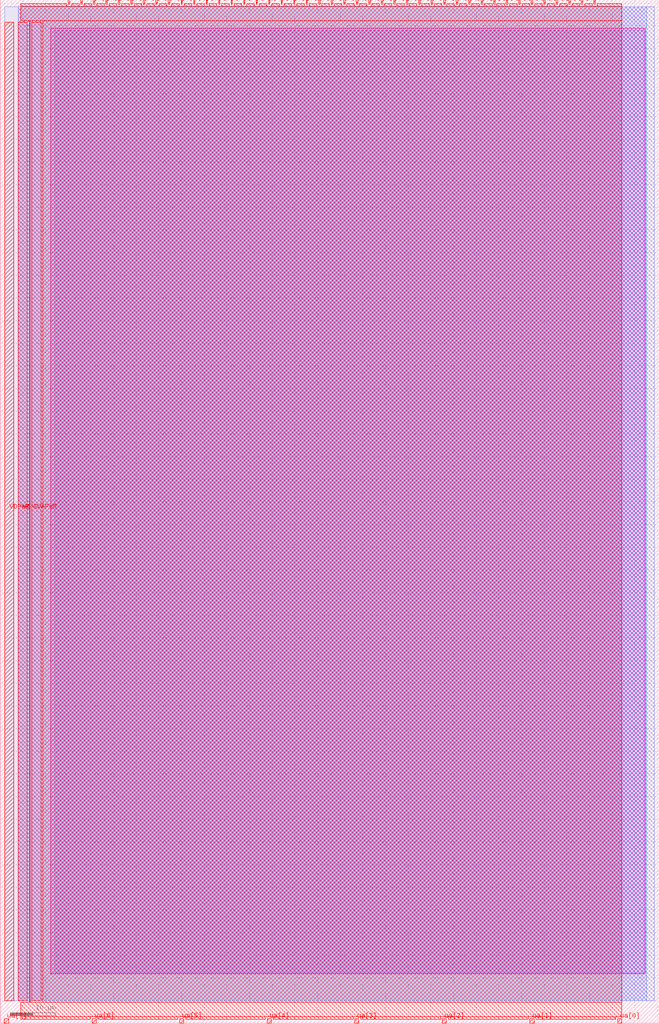
<source format=lef>
VERSION 5.7 ;
  NOWIREEXTENSIONATPIN ON ;
  DIVIDERCHAR "/" ;
  BUSBITCHARS "[]" ;
MACRO tt_um_devstdin_LDO_OSC
  CLASS BLOCK ;
  FOREIGN tt_um_devstdin_LDO_OSC ;
  ORIGIN 0.000 0.000 ;
  SIZE 145.360 BY 225.760 ;
  PIN clk
    DIRECTION INPUT ;
    USE SIGNAL ;
    PORT
      LAYER met4 ;
        RECT 128.190 224.760 128.490 225.760 ;
    END
  END clk
  PIN ena
    DIRECTION INPUT ;
    USE SIGNAL ;
    PORT
      LAYER met4 ;
        RECT 130.950 224.760 131.250 225.760 ;
    END
  END ena
  PIN rst_n
    DIRECTION INPUT ;
    USE SIGNAL ;
    PORT
      LAYER met4 ;
        RECT 125.430 224.760 125.730 225.760 ;
    END
  END rst_n
  PIN ua[0]
    DIRECTION INOUT ;
    USE SIGNAL ;
    ANTENNADIFFAREA 139.199997 ;
    PORT
      LAYER met4 ;
        RECT 136.170 0.000 137.070 1.000 ;
    END
  END ua[0]
  PIN ua[1]
    DIRECTION INOUT ;
    USE SIGNAL ;
    PORT
      LAYER met4 ;
        RECT 116.850 0.000 117.750 1.000 ;
    END
  END ua[1]
  PIN ua[2]
    DIRECTION INOUT ;
    USE SIGNAL ;
    PORT
      LAYER met4 ;
        RECT 97.530 0.000 98.430 1.000 ;
    END
  END ua[2]
  PIN ua[3]
    DIRECTION INOUT ;
    USE SIGNAL ;
    PORT
      LAYER met4 ;
        RECT 78.210 0.000 79.110 1.000 ;
    END
  END ua[3]
  PIN ua[4]
    DIRECTION INOUT ;
    USE SIGNAL ;
    PORT
      LAYER met4 ;
        RECT 58.890 0.000 59.790 1.000 ;
    END
  END ua[4]
  PIN ua[5]
    DIRECTION INOUT ;
    USE SIGNAL ;
    PORT
      LAYER met4 ;
        RECT 39.570 0.000 40.470 1.000 ;
    END
  END ua[5]
  PIN ua[6]
    DIRECTION INOUT ;
    USE SIGNAL ;
    PORT
      LAYER met4 ;
        RECT 20.250 0.000 21.150 1.000 ;
    END
  END ua[6]
  PIN ua[7]
    DIRECTION INOUT ;
    USE SIGNAL ;
    PORT
      LAYER met4 ;
        RECT 0.930 0.000 1.830 1.000 ;
    END
  END ua[7]
  PIN ui_in[0]
    DIRECTION INPUT ;
    USE SIGNAL ;
    ANTENNAGATEAREA 0.373500 ;
    PORT
      LAYER met4 ;
        RECT 122.670 224.760 122.970 225.760 ;
    END
  END ui_in[0]
  PIN ui_in[1]
    DIRECTION INPUT ;
    USE SIGNAL ;
    ANTENNAGATEAREA 0.990000 ;
    PORT
      LAYER met4 ;
        RECT 119.910 224.760 120.210 225.760 ;
    END
  END ui_in[1]
  PIN ui_in[2]
    DIRECTION INPUT ;
    USE SIGNAL ;
    PORT
      LAYER met4 ;
        RECT 117.150 224.760 117.450 225.760 ;
    END
  END ui_in[2]
  PIN ui_in[3]
    DIRECTION INPUT ;
    USE SIGNAL ;
    PORT
      LAYER met4 ;
        RECT 114.390 224.760 114.690 225.760 ;
    END
  END ui_in[3]
  PIN ui_in[4]
    DIRECTION INPUT ;
    USE SIGNAL ;
    PORT
      LAYER met4 ;
        RECT 111.630 224.760 111.930 225.760 ;
    END
  END ui_in[4]
  PIN ui_in[5]
    DIRECTION INPUT ;
    USE SIGNAL ;
    PORT
      LAYER met4 ;
        RECT 108.870 224.760 109.170 225.760 ;
    END
  END ui_in[5]
  PIN ui_in[6]
    DIRECTION INPUT ;
    USE SIGNAL ;
    PORT
      LAYER met4 ;
        RECT 106.110 224.760 106.410 225.760 ;
    END
  END ui_in[6]
  PIN ui_in[7]
    DIRECTION INPUT ;
    USE SIGNAL ;
    PORT
      LAYER met4 ;
        RECT 103.350 224.760 103.650 225.760 ;
    END
  END ui_in[7]
  PIN uio_in[0]
    DIRECTION INPUT ;
    USE SIGNAL ;
    PORT
      LAYER met4 ;
        RECT 100.590 224.760 100.890 225.760 ;
    END
  END uio_in[0]
  PIN uio_in[1]
    DIRECTION INPUT ;
    USE SIGNAL ;
    PORT
      LAYER met4 ;
        RECT 97.830 224.760 98.130 225.760 ;
    END
  END uio_in[1]
  PIN uio_in[2]
    DIRECTION INPUT ;
    USE SIGNAL ;
    PORT
      LAYER met4 ;
        RECT 95.070 224.760 95.370 225.760 ;
    END
  END uio_in[2]
  PIN uio_in[3]
    DIRECTION INPUT ;
    USE SIGNAL ;
    PORT
      LAYER met4 ;
        RECT 92.310 224.760 92.610 225.760 ;
    END
  END uio_in[3]
  PIN uio_in[4]
    DIRECTION INPUT ;
    USE SIGNAL ;
    PORT
      LAYER met4 ;
        RECT 89.550 224.760 89.850 225.760 ;
    END
  END uio_in[4]
  PIN uio_in[5]
    DIRECTION INPUT ;
    USE SIGNAL ;
    PORT
      LAYER met4 ;
        RECT 86.790 224.760 87.090 225.760 ;
    END
  END uio_in[5]
  PIN uio_in[6]
    DIRECTION INPUT ;
    USE SIGNAL ;
    PORT
      LAYER met4 ;
        RECT 84.030 224.760 84.330 225.760 ;
    END
  END uio_in[6]
  PIN uio_in[7]
    DIRECTION INPUT ;
    USE SIGNAL ;
    PORT
      LAYER met4 ;
        RECT 81.270 224.760 81.570 225.760 ;
    END
  END uio_in[7]
  PIN uio_oe[0]
    DIRECTION OUTPUT ;
    USE SIGNAL ;
    ANTENNAGATEAREA 240.560089 ;
    ANTENNADIFFAREA 932.854675 ;
    PORT
      LAYER met4 ;
        RECT 34.350 224.760 34.650 225.760 ;
    END
  END uio_oe[0]
  PIN uio_oe[1]
    DIRECTION OUTPUT ;
    USE SIGNAL ;
    ANTENNAGATEAREA 240.560089 ;
    ANTENNADIFFAREA 932.854675 ;
    PORT
      LAYER met4 ;
        RECT 31.590 224.760 31.890 225.760 ;
    END
  END uio_oe[1]
  PIN uio_oe[2]
    DIRECTION OUTPUT ;
    USE SIGNAL ;
    ANTENNAGATEAREA 240.560089 ;
    ANTENNADIFFAREA 932.854675 ;
    PORT
      LAYER met4 ;
        RECT 28.830 224.760 29.130 225.760 ;
    END
  END uio_oe[2]
  PIN uio_oe[3]
    DIRECTION OUTPUT ;
    USE SIGNAL ;
    ANTENNAGATEAREA 240.560089 ;
    ANTENNADIFFAREA 932.854675 ;
    PORT
      LAYER met4 ;
        RECT 26.070 224.760 26.370 225.760 ;
    END
  END uio_oe[3]
  PIN uio_oe[4]
    DIRECTION OUTPUT ;
    USE SIGNAL ;
    ANTENNAGATEAREA 240.560089 ;
    ANTENNADIFFAREA 932.854675 ;
    PORT
      LAYER met4 ;
        RECT 23.310 224.760 23.610 225.760 ;
    END
  END uio_oe[4]
  PIN uio_oe[5]
    DIRECTION OUTPUT ;
    USE SIGNAL ;
    ANTENNAGATEAREA 240.560089 ;
    ANTENNADIFFAREA 932.854675 ;
    PORT
      LAYER met4 ;
        RECT 20.550 224.760 20.850 225.760 ;
    END
  END uio_oe[5]
  PIN uio_oe[6]
    DIRECTION OUTPUT ;
    USE SIGNAL ;
    ANTENNAGATEAREA 240.560089 ;
    ANTENNADIFFAREA 932.854675 ;
    PORT
      LAYER met4 ;
        RECT 17.790 224.760 18.090 225.760 ;
    END
  END uio_oe[6]
  PIN uio_oe[7]
    DIRECTION OUTPUT ;
    USE SIGNAL ;
    ANTENNAGATEAREA 240.560089 ;
    ANTENNADIFFAREA 932.854675 ;
    PORT
      LAYER met4 ;
        RECT 15.030 224.760 15.330 225.760 ;
    END
  END uio_oe[7]
  PIN uio_out[0]
    DIRECTION OUTPUT ;
    USE SIGNAL ;
    ANTENNAGATEAREA 240.560089 ;
    ANTENNADIFFAREA 932.854675 ;
    PORT
      LAYER met4 ;
        RECT 56.430 224.760 56.730 225.760 ;
    END
  END uio_out[0]
  PIN uio_out[1]
    DIRECTION OUTPUT ;
    USE SIGNAL ;
    ANTENNAGATEAREA 240.560089 ;
    ANTENNADIFFAREA 932.854675 ;
    PORT
      LAYER met4 ;
        RECT 53.670 224.760 53.970 225.760 ;
    END
  END uio_out[1]
  PIN uio_out[2]
    DIRECTION OUTPUT ;
    USE SIGNAL ;
    ANTENNAGATEAREA 240.560089 ;
    ANTENNADIFFAREA 932.854675 ;
    PORT
      LAYER met4 ;
        RECT 50.910 224.760 51.210 225.760 ;
    END
  END uio_out[2]
  PIN uio_out[3]
    DIRECTION OUTPUT ;
    USE SIGNAL ;
    ANTENNAGATEAREA 240.560089 ;
    ANTENNADIFFAREA 932.854675 ;
    PORT
      LAYER met4 ;
        RECT 48.150 224.760 48.450 225.760 ;
    END
  END uio_out[3]
  PIN uio_out[4]
    DIRECTION OUTPUT ;
    USE SIGNAL ;
    ANTENNAGATEAREA 240.560089 ;
    ANTENNADIFFAREA 932.854675 ;
    PORT
      LAYER met4 ;
        RECT 45.390 224.760 45.690 225.760 ;
    END
  END uio_out[4]
  PIN uio_out[5]
    DIRECTION OUTPUT ;
    USE SIGNAL ;
    ANTENNAGATEAREA 240.560089 ;
    ANTENNADIFFAREA 932.854675 ;
    PORT
      LAYER met4 ;
        RECT 42.630 224.760 42.930 225.760 ;
    END
  END uio_out[5]
  PIN uio_out[6]
    DIRECTION OUTPUT ;
    USE SIGNAL ;
    ANTENNAGATEAREA 240.560089 ;
    ANTENNADIFFAREA 932.854675 ;
    PORT
      LAYER met4 ;
        RECT 39.870 224.760 40.170 225.760 ;
    END
  END uio_out[6]
  PIN uio_out[7]
    DIRECTION OUTPUT ;
    USE SIGNAL ;
    ANTENNAGATEAREA 240.560089 ;
    ANTENNADIFFAREA 932.854675 ;
    PORT
      LAYER met4 ;
        RECT 37.110 224.760 37.410 225.760 ;
    END
  END uio_out[7]
  PIN uo_out[0]
    DIRECTION OUTPUT ;
    USE SIGNAL ;
    ANTENNAGATEAREA 0.477000 ;
    ANTENNADIFFAREA 0.891000 ;
    PORT
      LAYER met4 ;
        RECT 78.510 224.760 78.810 225.760 ;
    END
  END uo_out[0]
  PIN uo_out[1]
    DIRECTION OUTPUT ;
    USE SIGNAL ;
    ANTENNAGATEAREA 240.560089 ;
    ANTENNADIFFAREA 932.854675 ;
    PORT
      LAYER met4 ;
        RECT 75.750 224.760 76.050 225.760 ;
    END
  END uo_out[1]
  PIN uo_out[2]
    DIRECTION OUTPUT ;
    USE SIGNAL ;
    ANTENNAGATEAREA 240.560089 ;
    ANTENNADIFFAREA 932.854675 ;
    PORT
      LAYER met4 ;
        RECT 72.990 224.760 73.290 225.760 ;
    END
  END uo_out[2]
  PIN uo_out[3]
    DIRECTION OUTPUT ;
    USE SIGNAL ;
    ANTENNAGATEAREA 240.560089 ;
    ANTENNADIFFAREA 932.854675 ;
    PORT
      LAYER met4 ;
        RECT 70.230 224.760 70.530 225.760 ;
    END
  END uo_out[3]
  PIN uo_out[4]
    DIRECTION OUTPUT ;
    USE SIGNAL ;
    ANTENNAGATEAREA 240.560089 ;
    ANTENNADIFFAREA 932.854675 ;
    PORT
      LAYER met4 ;
        RECT 67.470 224.760 67.770 225.760 ;
    END
  END uo_out[4]
  PIN uo_out[5]
    DIRECTION OUTPUT ;
    USE SIGNAL ;
    ANTENNAGATEAREA 240.560089 ;
    ANTENNADIFFAREA 932.854675 ;
    PORT
      LAYER met4 ;
        RECT 64.710 224.760 65.010 225.760 ;
    END
  END uo_out[5]
  PIN uo_out[6]
    DIRECTION OUTPUT ;
    USE SIGNAL ;
    ANTENNAGATEAREA 240.560089 ;
    ANTENNADIFFAREA 932.854675 ;
    PORT
      LAYER met4 ;
        RECT 61.950 224.760 62.250 225.760 ;
    END
  END uo_out[6]
  PIN uo_out[7]
    DIRECTION OUTPUT ;
    USE SIGNAL ;
    ANTENNAGATEAREA 240.560089 ;
    ANTENNADIFFAREA 932.854675 ;
    PORT
      LAYER met4 ;
        RECT 59.190 224.760 59.490 225.760 ;
    END
  END uo_out[7]
  PIN VDPWR
    DIRECTION INOUT ;
    USE POWER ;
    PORT
      LAYER met4 ;
        RECT 1.000 5.000 3.000 220.760 ;
    END
  END VDPWR
  PIN VGND
    DIRECTION INOUT ;
    USE GROUND ;
    PORT
      LAYER met4 ;
        RECT 4.000 5.000 6.000 220.760 ;
    END
  END VGND
  PIN VAPWR
    DIRECTION INOUT ;
    USE POWER ;
    PORT
      LAYER met4 ;
        RECT 7.000 5.000 9.000 220.760 ;
    END
  END VAPWR
  OBS
      LAYER nwell ;
        RECT 11.175 10.970 142.275 219.470 ;
      LAYER li1 ;
        RECT 12.060 11.150 142.095 219.080 ;
      LAYER met1 ;
        RECT 4.000 5.000 142.580 224.180 ;
      LAYER met2 ;
        RECT 4.000 5.000 144.295 224.180 ;
      LAYER met3 ;
        RECT 1.010 5.000 142.620 224.175 ;
      LAYER met4 ;
        RECT 4.560 224.360 14.630 224.870 ;
        RECT 15.730 224.360 17.390 224.870 ;
        RECT 18.490 224.360 20.150 224.870 ;
        RECT 21.250 224.360 22.910 224.870 ;
        RECT 24.010 224.360 25.670 224.870 ;
        RECT 26.770 224.360 28.430 224.870 ;
        RECT 29.530 224.360 31.190 224.870 ;
        RECT 32.290 224.360 33.950 224.870 ;
        RECT 35.050 224.360 36.710 224.870 ;
        RECT 37.810 224.360 39.470 224.870 ;
        RECT 40.570 224.360 42.230 224.870 ;
        RECT 43.330 224.360 44.990 224.870 ;
        RECT 46.090 224.360 47.750 224.870 ;
        RECT 48.850 224.360 50.510 224.870 ;
        RECT 51.610 224.360 53.270 224.870 ;
        RECT 54.370 224.360 56.030 224.870 ;
        RECT 57.130 224.360 58.790 224.870 ;
        RECT 59.890 224.360 61.550 224.870 ;
        RECT 62.650 224.360 64.310 224.870 ;
        RECT 65.410 224.360 67.070 224.870 ;
        RECT 68.170 224.360 69.830 224.870 ;
        RECT 70.930 224.360 72.590 224.870 ;
        RECT 73.690 224.360 75.350 224.870 ;
        RECT 76.450 224.360 78.110 224.870 ;
        RECT 79.210 224.360 80.870 224.870 ;
        RECT 81.970 224.360 83.630 224.870 ;
        RECT 84.730 224.360 86.390 224.870 ;
        RECT 87.490 224.360 89.150 224.870 ;
        RECT 90.250 224.360 91.910 224.870 ;
        RECT 93.010 224.360 94.670 224.870 ;
        RECT 95.770 224.360 97.430 224.870 ;
        RECT 98.530 224.360 100.190 224.870 ;
        RECT 101.290 224.360 102.950 224.870 ;
        RECT 104.050 224.360 105.710 224.870 ;
        RECT 106.810 224.360 108.470 224.870 ;
        RECT 109.570 224.360 111.230 224.870 ;
        RECT 112.330 224.360 113.990 224.870 ;
        RECT 115.090 224.360 116.750 224.870 ;
        RECT 117.850 224.360 119.510 224.870 ;
        RECT 120.610 224.360 122.270 224.870 ;
        RECT 123.370 224.360 125.030 224.870 ;
        RECT 126.130 224.360 127.790 224.870 ;
        RECT 128.890 224.360 130.550 224.870 ;
        RECT 131.650 224.360 137.070 224.870 ;
        RECT 4.560 221.160 137.070 224.360 ;
        RECT 6.400 4.600 6.600 221.160 ;
        RECT 9.400 4.600 137.070 221.160 ;
        RECT 4.560 1.400 137.070 4.600 ;
        RECT 4.560 0.850 19.850 1.400 ;
        RECT 21.550 0.850 39.170 1.400 ;
        RECT 40.870 0.850 58.490 1.400 ;
        RECT 60.190 0.850 77.810 1.400 ;
        RECT 79.510 0.850 97.130 1.400 ;
        RECT 98.830 0.850 116.450 1.400 ;
        RECT 118.150 0.850 135.770 1.400 ;
  END
END tt_um_devstdin_LDO_OSC
END LIBRARY


</source>
